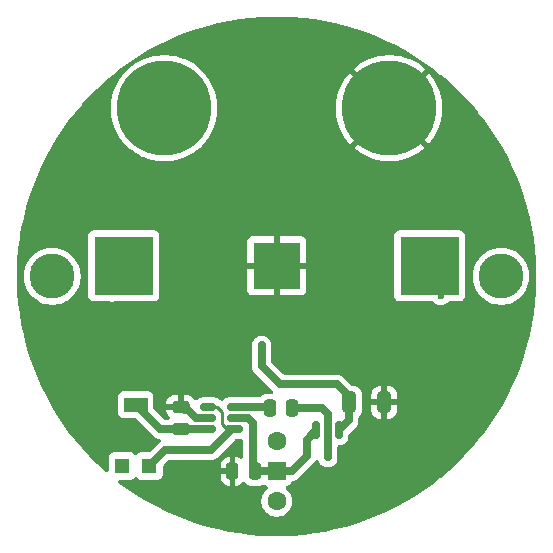
<source format=gbr>
%TF.GenerationSoftware,KiCad,Pcbnew,9.0.0*%
%TF.CreationDate,2025-07-13T02:11:52+05:30*%
%TF.ProjectId,REF03,52454630-332e-46b6-9963-61645f706362,rev?*%
%TF.SameCoordinates,Original*%
%TF.FileFunction,Copper,L2,Bot*%
%TF.FilePolarity,Positive*%
%FSLAX46Y46*%
G04 Gerber Fmt 4.6, Leading zero omitted, Abs format (unit mm)*
G04 Created by KiCad (PCBNEW 9.0.0) date 2025-07-13 02:11:52*
%MOMM*%
%LPD*%
G01*
G04 APERTURE LIST*
G04 Aperture macros list*
%AMRoundRect*
0 Rectangle with rounded corners*
0 $1 Rounding radius*
0 $2 $3 $4 $5 $6 $7 $8 $9 X,Y pos of 4 corners*
0 Add a 4 corners polygon primitive as box body*
4,1,4,$2,$3,$4,$5,$6,$7,$8,$9,$2,$3,0*
0 Add four circle primitives for the rounded corners*
1,1,$1+$1,$2,$3*
1,1,$1+$1,$4,$5*
1,1,$1+$1,$6,$7*
1,1,$1+$1,$8,$9*
0 Add four rect primitives between the rounded corners*
20,1,$1+$1,$2,$3,$4,$5,0*
20,1,$1+$1,$4,$5,$6,$7,0*
20,1,$1+$1,$6,$7,$8,$9,0*
20,1,$1+$1,$8,$9,$2,$3,0*%
G04 Aperture macros list end*
%TA.AperFunction,ComponentPad*%
%ADD10R,1.500000X1.500000*%
%TD*%
%TA.AperFunction,ComponentPad*%
%ADD11C,1.600000*%
%TD*%
%TA.AperFunction,ComponentPad*%
%ADD12C,3.800000*%
%TD*%
%TA.AperFunction,ComponentPad*%
%ADD13C,8.000000*%
%TD*%
%TA.AperFunction,SMDPad,CuDef*%
%ADD14RoundRect,0.150000X-0.150000X0.587500X-0.150000X-0.587500X0.150000X-0.587500X0.150000X0.587500X0*%
%TD*%
%TA.AperFunction,SMDPad,CuDef*%
%ADD15R,5.000000X5.000000*%
%TD*%
%TA.AperFunction,SMDPad,CuDef*%
%ADD16R,4.000000X4.000000*%
%TD*%
%TA.AperFunction,SMDPad,CuDef*%
%ADD17RoundRect,0.250000X0.475000X-0.250000X0.475000X0.250000X-0.475000X0.250000X-0.475000X-0.250000X0*%
%TD*%
%TA.AperFunction,SMDPad,CuDef*%
%ADD18RoundRect,0.250000X-0.250000X-0.475000X0.250000X-0.475000X0.250000X0.475000X-0.250000X0.475000X0*%
%TD*%
%TA.AperFunction,SMDPad,CuDef*%
%ADD19RoundRect,0.150000X-0.512500X-0.150000X0.512500X-0.150000X0.512500X0.150000X-0.512500X0.150000X0*%
%TD*%
%TA.AperFunction,SMDPad,CuDef*%
%ADD20R,1.300000X1.300000*%
%TD*%
%TA.AperFunction,SMDPad,CuDef*%
%ADD21R,2.000000X1.300000*%
%TD*%
%TA.AperFunction,SMDPad,CuDef*%
%ADD22RoundRect,0.250000X-0.325000X-0.650000X0.325000X-0.650000X0.325000X0.650000X-0.325000X0.650000X0*%
%TD*%
%TA.AperFunction,SMDPad,CuDef*%
%ADD23RoundRect,0.250000X0.250000X0.475000X-0.250000X0.475000X-0.250000X-0.475000X0.250000X-0.475000X0*%
%TD*%
%TA.AperFunction,ViaPad*%
%ADD24C,0.600000*%
%TD*%
%TA.AperFunction,Conductor*%
%ADD25C,0.635000*%
%TD*%
%TA.AperFunction,Conductor*%
%ADD26C,0.254000*%
%TD*%
G04 APERTURE END LIST*
D10*
%TO.P,SW1,1,A*%
%TO.N,+3V0*%
X0Y-16510000D03*
D11*
%TO.P,SW1,2,B*%
%TO.N,Net-(BT1-+)*%
X0Y-13970000D03*
%TO.P,SW1,3*%
%TO.N,N/C*%
X0Y-19050000D03*
%TD*%
D12*
%TO.P,H2,1*%
%TO.N,N/C*%
X19000000Y0D03*
%TD*%
D13*
%TO.P,TP4,1,1*%
%TO.N,GND*%
X9525000Y14224000D03*
%TD*%
%TO.P,TP1,1,1*%
%TO.N,Net-(U2-VOUT)*%
X-9525000Y14224000D03*
%TD*%
D12*
%TO.P,H1,1*%
%TO.N,N/C*%
X-19000000Y0D03*
%TD*%
D14*
%TO.P,D3,1,A*%
%TO.N,+3V0*%
X3368000Y-13032500D03*
%TO.P,D3,2,K*%
%TO.N,/5p2 V*%
X5268000Y-13032500D03*
%TO.P,D3,3,COM*%
%TO.N,Net-(D3-COM)*%
X4318000Y-14907501D03*
%TD*%
D15*
%TO.P,BT1,1,+*%
%TO.N,Net-(BT1-+)*%
X12950000Y889000D03*
X-12950000Y889000D03*
D16*
%TO.P,BT1,2,-*%
%TO.N,GND*%
X0Y889000D03*
%TD*%
D17*
%TO.P,C1,1*%
%TO.N,Net-(U1-1A)*%
X-8128000Y-12938799D03*
%TO.P,C1,2*%
%TO.N,GND*%
X-8128000Y-11038801D03*
%TD*%
D18*
%TO.P,C5,1*%
%TO.N,GND*%
X-3743999Y-16510000D03*
%TO.P,C5,2*%
%TO.N,+3V0*%
X-1844001Y-16510000D03*
%TD*%
D19*
%TO.P,U1,1,1A*%
%TO.N,Net-(U1-1A)*%
X-5787101Y-12963025D03*
%TO.P,U1,2,GND*%
%TO.N,GND*%
X-5787101Y-12013026D03*
%TO.P,U1,3,2A*%
%TO.N,/1Y*%
X-5787101Y-11063027D03*
%TO.P,U1,4,2Y*%
%TO.N,Net-(U1-2Y)*%
X-3512101Y-11063027D03*
%TO.P,U1,5,V_{CC}*%
%TO.N,+3V0*%
X-3512101Y-12013026D03*
%TO.P,U1,6,1Y*%
%TO.N,/1Y*%
X-3512101Y-12963025D03*
%TD*%
D20*
%TO.P,R2,1*%
%TO.N,/1Y*%
X-10788000Y-16062000D03*
D21*
%TO.P,R2,2*%
%TO.N,Net-(U1-1A)*%
X-11938000Y-10861999D03*
D20*
%TO.P,R2,3*%
%TO.N,N/C*%
X-13088000Y-16062000D03*
%TD*%
D22*
%TO.P,C3,1*%
%TO.N,/5p2 V*%
X6144999Y-10668000D03*
%TO.P,C3,2*%
%TO.N,GND*%
X9095001Y-10668000D03*
%TD*%
D23*
%TO.P,C2,1*%
%TO.N,Net-(D3-COM)*%
X1330999Y-11176000D03*
%TO.P,C2,2*%
%TO.N,Net-(U1-2Y)*%
X-568999Y-11176000D03*
%TD*%
D24*
%TO.N,GND*%
X-1143000Y-127000D03*
X-5080000Y-16510000D03*
X1143000Y2286000D03*
X10922000Y-16256000D03*
X1143000Y-127000D03*
X9906000Y-16256000D03*
X-1143000Y2286000D03*
X0Y889000D03*
X-8128000Y-9652000D03*
%TO.N,Net-(BT1-+)*%
X-13912532Y-1363973D03*
X13883484Y-1633351D03*
%TO.N,/5p2 V*%
X-1270000Y-5842000D03*
X-1270000Y-6792000D03*
%TD*%
D25*
%TO.N,GND*%
X-6818077Y-12013026D02*
X-6831680Y-12013026D01*
X-7805905Y-11038801D02*
X-7805905Y-11293675D01*
X-6831680Y-12013026D02*
X-7805905Y-11038801D01*
X-5787101Y-12013026D02*
X-6818077Y-12013026D01*
%TO.N,Net-(U1-1A)*%
X-9845999Y-12954000D02*
X-11938000Y-10861999D01*
X-5787101Y-12963025D02*
X-7830131Y-12963025D01*
X-5811327Y-12938799D02*
X-5787101Y-12963025D01*
X-7805905Y-12938799D02*
X-5811327Y-12938799D01*
X-7839156Y-12954000D02*
X-9845999Y-12954000D01*
X-7830131Y-12963025D02*
X-7839156Y-12954000D01*
D26*
%TO.N,Net-(U1-2Y)*%
X-3512101Y-11063027D02*
X-3461988Y-11012914D01*
D25*
X-3512101Y-11063027D02*
X-3487179Y-11038105D01*
X-706894Y-11038105D02*
X-568999Y-11176000D01*
X-3487179Y-11038105D02*
X-706894Y-11038105D01*
%TO.N,/5p2 V*%
X-1270000Y-5842000D02*
X-1270000Y-7620000D01*
X5080000Y-9144000D02*
X6096000Y-10160000D01*
X6096000Y-10160000D02*
X6096000Y-12204500D01*
X6096000Y-12204500D02*
X5268000Y-13032500D01*
X254000Y-9144000D02*
X5080000Y-9144000D01*
X-1270000Y-7620000D02*
X254000Y-9144000D01*
%TO.N,+3V0*%
X-2032000Y-16322001D02*
X-2032000Y-12446000D01*
X-2464974Y-12013026D02*
X-3512101Y-12013026D01*
X-2032000Y-12446000D02*
X-2286000Y-12192000D01*
X-1844001Y-16510000D02*
X-2032000Y-16322001D01*
X-2286000Y-12192000D02*
X-2464974Y-12013026D01*
X0Y-16510000D02*
X1270000Y-16510000D01*
X0Y-16510000D02*
X-1844001Y-16510000D01*
X1270000Y-16510000D02*
X2540000Y-15240000D01*
X2540000Y-15240000D02*
X2540000Y-13860500D01*
X2540000Y-13860500D02*
X3368000Y-13032500D01*
%TO.N,/1Y*%
X-9458000Y-14732000D02*
X-10788000Y-16062000D01*
X-4064000Y-13208000D02*
X-5588000Y-14732000D01*
D26*
X-4649601Y-11448666D02*
X-4649601Y-12526296D01*
D25*
X-5588000Y-14732000D02*
X-9458000Y-14732000D01*
X-4064000Y-12963025D02*
X-4064000Y-13208000D01*
D26*
X-5787101Y-11063027D02*
X-5035240Y-11063027D01*
D25*
X-3512101Y-12963025D02*
X-4064000Y-12963025D01*
D26*
X-5035240Y-11063027D02*
X-4649601Y-11448666D01*
X-4649601Y-12526296D02*
X-4212872Y-12963025D01*
X-4212872Y-12963025D02*
X-3512101Y-12963025D01*
D25*
%TO.N,Net-(D3-COM)*%
X1340955Y-11166044D02*
X1330999Y-11176000D01*
X4318000Y-14907501D02*
X4318000Y-11684000D01*
X3800044Y-11166044D02*
X1340955Y-11166044D01*
X4318000Y-11684000D02*
X3800044Y-11166044D01*
%TD*%
%TA.AperFunction,Conductor*%
%TO.N,GND*%
G36*
X457732Y21994674D02*
G01*
X1360139Y21957350D01*
X1366286Y21956968D01*
X2266347Y21882387D01*
X2272473Y21881752D01*
X3168707Y21770037D01*
X3174802Y21769149D01*
X4065649Y21620492D01*
X4071701Y21619353D01*
X4955639Y21434011D01*
X4961639Y21432623D01*
X5837166Y21210909D01*
X5843104Y21209274D01*
X6708724Y20951569D01*
X6714589Y20949690D01*
X7568815Y20656433D01*
X7574598Y20654313D01*
X8415977Y20326006D01*
X8421667Y20323649D01*
X9248764Y19960851D01*
X9254351Y19958261D01*
X10065723Y19561604D01*
X10071199Y19558786D01*
X10865527Y19128918D01*
X10870882Y19125875D01*
X11646743Y18663563D01*
X11651967Y18660302D01*
X12408060Y18166321D01*
X12413145Y18162846D01*
X13148186Y17638037D01*
X13153124Y17634356D01*
X13865840Y17079627D01*
X13870621Y17075744D01*
X14559826Y16492016D01*
X14564442Y16487940D01*
X15228913Y15876252D01*
X15233357Y15871988D01*
X15871988Y15233357D01*
X15876252Y15228913D01*
X16487940Y14564442D01*
X16492016Y14559826D01*
X17075744Y13870621D01*
X17079627Y13865840D01*
X17634356Y13153124D01*
X17638037Y13148186D01*
X18162846Y12413145D01*
X18166321Y12408060D01*
X18660302Y11651967D01*
X18663563Y11646743D01*
X19125875Y10870882D01*
X19128918Y10865527D01*
X19558786Y10071199D01*
X19561604Y10065723D01*
X19958261Y9254351D01*
X19960851Y9248764D01*
X20323649Y8421667D01*
X20326006Y8415977D01*
X20654313Y7574598D01*
X20656433Y7568815D01*
X20949690Y6714589D01*
X20951569Y6708724D01*
X21209274Y5843104D01*
X21210909Y5837166D01*
X21432623Y4961639D01*
X21434011Y4955639D01*
X21619353Y4071701D01*
X21620492Y4065649D01*
X21769149Y3174802D01*
X21770037Y3168707D01*
X21881752Y2272473D01*
X21882387Y2266347D01*
X21956968Y1366286D01*
X21957350Y1360139D01*
X21994674Y457731D01*
X21994801Y451574D01*
X21994801Y-451574D01*
X21994674Y-457731D01*
X21957350Y-1360139D01*
X21956968Y-1366286D01*
X21882387Y-2266347D01*
X21881752Y-2272473D01*
X21770037Y-3168707D01*
X21769149Y-3174802D01*
X21620492Y-4065649D01*
X21619353Y-4071701D01*
X21434011Y-4955639D01*
X21432623Y-4961639D01*
X21210909Y-5837166D01*
X21209274Y-5843104D01*
X20951569Y-6708724D01*
X20949690Y-6714589D01*
X20656433Y-7568815D01*
X20654313Y-7574598D01*
X20326006Y-8415977D01*
X20323649Y-8421667D01*
X19960851Y-9248764D01*
X19958261Y-9254351D01*
X19561604Y-10065723D01*
X19558786Y-10071199D01*
X19128918Y-10865527D01*
X19125875Y-10870882D01*
X18663563Y-11646743D01*
X18660302Y-11651967D01*
X18166321Y-12408060D01*
X18162846Y-12413145D01*
X17638037Y-13148186D01*
X17634356Y-13153124D01*
X17079627Y-13865840D01*
X17075744Y-13870621D01*
X16492016Y-14559826D01*
X16487940Y-14564442D01*
X15876252Y-15228913D01*
X15871988Y-15233357D01*
X15233357Y-15871988D01*
X15228913Y-15876252D01*
X14564442Y-16487940D01*
X14559826Y-16492016D01*
X13870621Y-17075744D01*
X13865840Y-17079627D01*
X13153124Y-17634356D01*
X13148186Y-17638037D01*
X12413145Y-18162846D01*
X12408060Y-18166321D01*
X11651967Y-18660302D01*
X11646743Y-18663563D01*
X10870882Y-19125875D01*
X10865527Y-19128918D01*
X10071199Y-19558786D01*
X10065723Y-19561604D01*
X9254351Y-19958261D01*
X9248764Y-19960851D01*
X8421667Y-20323649D01*
X8415977Y-20326006D01*
X7574598Y-20654313D01*
X7568815Y-20656433D01*
X6714589Y-20949690D01*
X6708724Y-20951569D01*
X5843104Y-21209274D01*
X5837166Y-21210909D01*
X4961639Y-21432623D01*
X4955639Y-21434011D01*
X4071701Y-21619353D01*
X4065649Y-21620492D01*
X3174802Y-21769149D01*
X3168707Y-21770037D01*
X2272473Y-21881752D01*
X2266347Y-21882387D01*
X1366286Y-21956968D01*
X1360139Y-21957350D01*
X457732Y-21994674D01*
X451575Y-21994801D01*
X-451575Y-21994801D01*
X-457732Y-21994674D01*
X-1360139Y-21957350D01*
X-1366286Y-21956968D01*
X-2266347Y-21882387D01*
X-2272473Y-21881752D01*
X-3168707Y-21770037D01*
X-3174802Y-21769149D01*
X-4065649Y-21620492D01*
X-4071701Y-21619353D01*
X-4955639Y-21434011D01*
X-4961639Y-21432623D01*
X-5837166Y-21210909D01*
X-5843104Y-21209274D01*
X-6708724Y-20951569D01*
X-6714589Y-20949690D01*
X-7568815Y-20656433D01*
X-7574598Y-20654313D01*
X-8415977Y-20326006D01*
X-8421667Y-20323649D01*
X-9248764Y-19960851D01*
X-9254351Y-19958261D01*
X-10065723Y-19561604D01*
X-10071199Y-19558786D01*
X-10865527Y-19128918D01*
X-10870882Y-19125875D01*
X-11646743Y-18663563D01*
X-11651967Y-18660302D01*
X-12408060Y-18166321D01*
X-12413145Y-18162846D01*
X-13148186Y-17638037D01*
X-13153124Y-17634356D01*
X-13352622Y-17479081D01*
X-13399152Y-17417569D01*
X-13408692Y-17341034D01*
X-13378686Y-17269981D01*
X-13317174Y-17223451D01*
X-13261104Y-17212499D01*
X-12390136Y-17212499D01*
X-12390128Y-17212499D01*
X-12330517Y-17206091D01*
X-12291633Y-17191588D01*
X-12195670Y-17155797D01*
X-12195666Y-17155795D01*
X-12080455Y-17069547D01*
X-12080452Y-17069544D01*
X-12057280Y-17038590D01*
X-11996653Y-16990913D01*
X-11920310Y-16979937D01*
X-11848707Y-17008603D01*
X-11818720Y-17038590D01*
X-11795546Y-17069546D01*
X-11737938Y-17112671D01*
X-11680333Y-17155795D01*
X-11680329Y-17155797D01*
X-11625693Y-17176174D01*
X-11545483Y-17206091D01*
X-11529370Y-17207823D01*
X-11485885Y-17212499D01*
X-11485882Y-17212499D01*
X-11485873Y-17212500D01*
X-10090128Y-17212499D01*
X-10030517Y-17206091D01*
X-9991633Y-17191588D01*
X-9895670Y-17155797D01*
X-9895666Y-17155795D01*
X-9780455Y-17069547D01*
X-9780452Y-17069544D01*
X-9754572Y-17034973D01*
X-4743998Y-17034973D01*
X-4733504Y-17137696D01*
X-4678356Y-17304121D01*
X-4586318Y-17453340D01*
X-4462339Y-17577319D01*
X-4313120Y-17669357D01*
X-4146696Y-17724505D01*
X-4146687Y-17724507D01*
X-4043982Y-17734999D01*
X-3993999Y-17734999D01*
X-3993999Y-16760000D01*
X-4743998Y-16760000D01*
X-4743998Y-17034973D01*
X-9754572Y-17034973D01*
X-9694204Y-16954333D01*
X-9694202Y-16954329D01*
X-9643908Y-16819482D01*
X-9637500Y-16759885D01*
X-9637500Y-16130045D01*
X-9632423Y-16111097D01*
X-9632423Y-16091481D01*
X-9622615Y-16074493D01*
X-9617538Y-16055545D01*
X-9593859Y-16024686D01*
X-9554193Y-15985020D01*
X-4743999Y-15985020D01*
X-4743999Y-16260000D01*
X-3993999Y-16260000D01*
X-3993999Y-15285000D01*
X-4043973Y-15285000D01*
X-4146695Y-15295494D01*
X-4313120Y-15350642D01*
X-4462339Y-15442680D01*
X-4586318Y-15566659D01*
X-4678356Y-15715878D01*
X-4733504Y-15882302D01*
X-4733506Y-15882311D01*
X-4743998Y-15985010D01*
X-4743999Y-15985020D01*
X-9554193Y-15985020D01*
X-9162814Y-15593641D01*
X-9096019Y-15555077D01*
X-9057455Y-15550000D01*
X-5507434Y-15550000D01*
X-5349398Y-15518565D01*
X-5274965Y-15487733D01*
X-5274964Y-15487733D01*
X-5225334Y-15467176D01*
X-5200532Y-15456903D01*
X-5066555Y-15367382D01*
X-3523212Y-13824039D01*
X-3518290Y-13821197D01*
X-3515091Y-13816501D01*
X-3495986Y-13808320D01*
X-3456417Y-13785475D01*
X-3445615Y-13783007D01*
X-3435164Y-13781025D01*
X-3431535Y-13781025D01*
X-3357274Y-13766253D01*
X-3356643Y-13766134D01*
X-3355918Y-13766187D01*
X-3328881Y-13763525D01*
X-2999000Y-13763525D01*
X-2924500Y-13783487D01*
X-2869962Y-13838025D01*
X-2850000Y-13912525D01*
X-2850000Y-15284059D01*
X-2869962Y-15358559D01*
X-2924500Y-15413097D01*
X-2999000Y-15433059D01*
X-3073500Y-15413097D01*
X-3077220Y-15410876D01*
X-3174873Y-15350644D01*
X-3174876Y-15350642D01*
X-3341301Y-15295494D01*
X-3341310Y-15295492D01*
X-3444009Y-15285000D01*
X-3493999Y-15285000D01*
X-3493999Y-17734999D01*
X-3444025Y-17734999D01*
X-3341302Y-17724505D01*
X-3174877Y-17669357D01*
X-3025658Y-17577319D01*
X-2899713Y-17451374D01*
X-2832918Y-17412810D01*
X-2755790Y-17412810D01*
X-2688995Y-17451374D01*
X-2686713Y-17453655D01*
X-2686713Y-17453656D01*
X-2562657Y-17577712D01*
X-2413335Y-17669814D01*
X-2246798Y-17724999D01*
X-2144010Y-17735500D01*
X-1543993Y-17735499D01*
X-1441204Y-17724999D01*
X-1274667Y-17669814D01*
X-1231082Y-17642931D01*
X-1157194Y-17620811D01*
X-1087488Y-17635855D01*
X-1074837Y-17642031D01*
X-992331Y-17703796D01*
X-857483Y-17754091D01*
X-841889Y-17755767D01*
X-818986Y-17766950D01*
X-802004Y-17781724D01*
X-782186Y-17792392D01*
X-773404Y-17806606D01*
X-760798Y-17817574D01*
X-753478Y-17838859D01*
X-741649Y-17858008D01*
X-741151Y-17874710D01*
X-735718Y-17890511D01*
X-740021Y-17912602D01*
X-739351Y-17935102D01*
X-747271Y-17949815D01*
X-750466Y-17966216D01*
X-765240Y-17983197D01*
X-775908Y-18003016D01*
X-796779Y-18021386D01*
X-847209Y-18058026D01*
X-847220Y-18058035D01*
X-991964Y-18202779D01*
X-991971Y-18202787D01*
X-1112285Y-18368387D01*
X-1112287Y-18368390D01*
X-1205220Y-18550781D01*
X-1268477Y-18745466D01*
X-1300500Y-18947648D01*
X-1300500Y-19152352D01*
X-1268477Y-19354534D01*
X-1205220Y-19549219D01*
X-1112287Y-19731610D01*
X-991966Y-19897219D01*
X-847219Y-20041966D01*
X-681610Y-20162287D01*
X-499219Y-20255220D01*
X-304534Y-20318477D01*
X-102352Y-20350500D01*
X-102347Y-20350500D01*
X102347Y-20350500D01*
X102352Y-20350500D01*
X304534Y-20318477D01*
X499219Y-20255220D01*
X681610Y-20162287D01*
X847219Y-20041966D01*
X991966Y-19897219D01*
X1112287Y-19731610D01*
X1205220Y-19549219D01*
X1268477Y-19354534D01*
X1300500Y-19152352D01*
X1300500Y-18947648D01*
X1268477Y-18745466D01*
X1205220Y-18550781D01*
X1112287Y-18368390D01*
X1112285Y-18368387D01*
X991971Y-18202787D01*
X991964Y-18202779D01*
X847220Y-18058035D01*
X847212Y-18058028D01*
X796779Y-18021387D01*
X748240Y-17961447D01*
X736174Y-17885269D01*
X763814Y-17813264D01*
X823754Y-17764725D01*
X850099Y-17755835D01*
X857471Y-17754092D01*
X857483Y-17754091D01*
X969613Y-17712269D01*
X992329Y-17703797D01*
X992333Y-17703795D01*
X1073636Y-17642931D01*
X1107546Y-17617546D01*
X1193796Y-17502331D01*
X1222831Y-17424481D01*
X1267568Y-17361656D01*
X1324467Y-17332470D01*
X1341429Y-17328000D01*
X1350566Y-17328000D01*
X1508602Y-17296565D01*
X1583035Y-17265733D01*
X1657468Y-17234903D01*
X1791445Y-17145382D01*
X3175382Y-15761445D01*
X3264902Y-15627469D01*
X3264902Y-15627467D01*
X3268969Y-15621382D01*
X3270568Y-15622451D01*
X3316329Y-15573580D01*
X3390133Y-15551180D01*
X3465249Y-15568684D01*
X3521549Y-15621400D01*
X3538113Y-15658530D01*
X3566257Y-15755401D01*
X3569833Y-15761448D01*
X3649919Y-15896866D01*
X3766135Y-16013082D01*
X3907602Y-16096745D01*
X4065428Y-16142598D01*
X4065427Y-16142598D01*
X4065431Y-16142599D01*
X4102306Y-16145501D01*
X4102313Y-16145501D01*
X4533687Y-16145501D01*
X4533694Y-16145501D01*
X4570569Y-16142599D01*
X4728398Y-16096745D01*
X4869865Y-16013082D01*
X4986081Y-15896866D01*
X5069744Y-15755399D01*
X5115598Y-15597570D01*
X5118500Y-15560695D01*
X5118500Y-15090720D01*
X5121363Y-15061651D01*
X5122795Y-15054455D01*
X5136000Y-14988067D01*
X5136000Y-14419500D01*
X5155962Y-14345000D01*
X5210500Y-14290462D01*
X5285000Y-14270500D01*
X5483687Y-14270500D01*
X5483694Y-14270500D01*
X5520569Y-14267598D01*
X5678398Y-14221744D01*
X5819865Y-14138081D01*
X5936081Y-14021865D01*
X6019744Y-13880398D01*
X6065598Y-13722569D01*
X6068500Y-13685694D01*
X6068500Y-13450543D01*
X6088462Y-13376043D01*
X6112137Y-13345187D01*
X6617442Y-12839883D01*
X6617445Y-12839882D01*
X6731382Y-12725945D01*
X6771575Y-12665792D01*
X6820903Y-12591968D01*
X6858168Y-12502000D01*
X6882565Y-12443102D01*
X6914000Y-12285066D01*
X6914000Y-11997085D01*
X6933962Y-11922585D01*
X6957641Y-11891726D01*
X6988742Y-11860625D01*
X7062711Y-11786656D01*
X7154813Y-11637334D01*
X7209998Y-11470797D01*
X7220499Y-11368009D01*
X7220499Y-11367973D01*
X8020002Y-11367973D01*
X8030495Y-11470696D01*
X8085643Y-11637121D01*
X8177681Y-11786340D01*
X8301660Y-11910319D01*
X8450879Y-12002357D01*
X8617303Y-12057505D01*
X8617312Y-12057507D01*
X8720016Y-12067999D01*
X8845000Y-12067999D01*
X9345001Y-12067999D01*
X9469975Y-12067999D01*
X9572697Y-12057505D01*
X9739122Y-12002357D01*
X9888341Y-11910319D01*
X10012320Y-11786340D01*
X10104358Y-11637121D01*
X10159506Y-11470697D01*
X10159508Y-11470688D01*
X10170000Y-11367989D01*
X10170001Y-11367979D01*
X10170001Y-10918000D01*
X9345001Y-10918000D01*
X9345001Y-12067999D01*
X8845000Y-12067999D01*
X8845001Y-12067998D01*
X8845001Y-10918000D01*
X8020002Y-10918000D01*
X8020002Y-11367973D01*
X7220499Y-11367973D01*
X7220498Y-10652629D01*
X7220498Y-9968010D01*
X8020001Y-9968010D01*
X8020001Y-10418000D01*
X8845001Y-10418000D01*
X9345001Y-10418000D01*
X10170000Y-10418000D01*
X10170000Y-9968026D01*
X10159506Y-9865303D01*
X10104358Y-9698878D01*
X10012320Y-9549659D01*
X9888341Y-9425680D01*
X9739122Y-9333642D01*
X9572698Y-9278494D01*
X9572689Y-9278492D01*
X9469990Y-9268000D01*
X9345001Y-9268000D01*
X9345001Y-10418000D01*
X8845001Y-10418000D01*
X8845001Y-9268000D01*
X8720027Y-9268000D01*
X8617304Y-9278494D01*
X8450879Y-9333642D01*
X8301660Y-9425680D01*
X8177681Y-9549659D01*
X8085643Y-9698878D01*
X8030495Y-9865302D01*
X8030493Y-9865311D01*
X8020001Y-9968010D01*
X7220498Y-9968010D01*
X7220498Y-9967996D01*
X7220498Y-9967992D01*
X7209998Y-9865203D01*
X7154813Y-9698666D01*
X7062711Y-9549344D01*
X6938655Y-9425288D01*
X6789333Y-9333186D01*
X6706064Y-9305593D01*
X6622797Y-9278001D01*
X6602238Y-9275900D01*
X6520008Y-9267500D01*
X6520004Y-9267500D01*
X6422045Y-9267500D01*
X6347545Y-9247538D01*
X6316686Y-9223859D01*
X5601448Y-8508621D01*
X5601445Y-8508618D01*
X5601441Y-8508615D01*
X5467472Y-8419099D01*
X5467470Y-8419098D01*
X5459935Y-8415977D01*
X5393035Y-8388266D01*
X5393035Y-8388265D01*
X5318605Y-8357436D01*
X5318599Y-8357434D01*
X5160566Y-8326000D01*
X654545Y-8326000D01*
X580045Y-8306038D01*
X549186Y-8282359D01*
X-408359Y-7324814D01*
X-446923Y-7258019D01*
X-452000Y-7219455D01*
X-452000Y-5761433D01*
X-483434Y-5603400D01*
X-545095Y-5454536D01*
X-545100Y-5454526D01*
X-634617Y-5320556D01*
X-634621Y-5320551D01*
X-748551Y-5206621D01*
X-748556Y-5206617D01*
X-882526Y-5117100D01*
X-882536Y-5117095D01*
X-1031400Y-5055434D01*
X-1189434Y-5024000D01*
X-1350566Y-5024000D01*
X-1508599Y-5055434D01*
X-1508600Y-5055434D01*
X-1508602Y-5055435D01*
X-1539431Y-5068205D01*
X-1657463Y-5117095D01*
X-1657473Y-5117100D01*
X-1759670Y-5185387D01*
X-1791445Y-5206618D01*
X-1905382Y-5320555D01*
X-1941043Y-5373927D01*
X-1994899Y-5454526D01*
X-1994902Y-5454532D01*
X-2056565Y-5603398D01*
X-2088000Y-5761434D01*
X-2088000Y-7700566D01*
X-2056565Y-7858602D01*
X-2031986Y-7917940D01*
X-1994903Y-8007468D01*
X-1905382Y-8141445D01*
X-350683Y-9696143D01*
X-312121Y-9762936D01*
X-312121Y-9840064D01*
X-350685Y-9906859D01*
X-417480Y-9945423D01*
X-456044Y-9950500D01*
X-869002Y-9950500D01*
X-971796Y-9961001D01*
X-1138333Y-10016186D01*
X-1229529Y-10072436D01*
X-1287655Y-10108288D01*
X-1355831Y-10176464D01*
X-1422626Y-10215028D01*
X-1461190Y-10220105D01*
X-3567745Y-10220105D01*
X-3725778Y-10251539D01*
X-3732785Y-10253665D01*
X-3733047Y-10252800D01*
X-3781943Y-10262527D01*
X-4090295Y-10262527D01*
X-4118975Y-10264784D01*
X-4127172Y-10265429D01*
X-4203734Y-10287673D01*
X-4284999Y-10311283D01*
X-4285000Y-10311283D01*
X-4285001Y-10311284D01*
X-4333856Y-10340177D01*
X-4426466Y-10394946D01*
X-4426467Y-10394947D01*
X-4531923Y-10500403D01*
X-4547743Y-10509536D01*
X-4560421Y-10522690D01*
X-4580566Y-10528487D01*
X-4598718Y-10538967D01*
X-4616985Y-10538967D01*
X-4634541Y-10544019D01*
X-4651764Y-10538967D01*
X-4675846Y-10538967D01*
X-4709396Y-10525430D01*
X-4714880Y-10522396D01*
X-4738007Y-10506944D01*
X-4757177Y-10499003D01*
X-4764522Y-10494941D01*
X-4774034Y-10485771D01*
X-4797766Y-10469915D01*
X-4872734Y-10394947D01*
X-4872737Y-10394945D01*
X-5014200Y-10311284D01*
X-5172029Y-10265429D01*
X-5172028Y-10265429D01*
X-5186782Y-10264268D01*
X-5208907Y-10262527D01*
X-6365295Y-10262527D01*
X-6393975Y-10264784D01*
X-6402172Y-10265429D01*
X-6478734Y-10287673D01*
X-6559999Y-10311283D01*
X-6560000Y-10311283D01*
X-6560001Y-10311284D01*
X-6608856Y-10340177D01*
X-6701466Y-10394946D01*
X-6701467Y-10394947D01*
X-6761977Y-10455457D01*
X-6828772Y-10494021D01*
X-6905900Y-10494021D01*
X-6972695Y-10455457D01*
X-6994153Y-10428319D01*
X-7060680Y-10320460D01*
X-7184659Y-10196481D01*
X-7333878Y-10104443D01*
X-7500302Y-10049295D01*
X-7500311Y-10049293D01*
X-7603010Y-10038801D01*
X-7878000Y-10038801D01*
X-7878000Y-10889801D01*
X-7897962Y-10964301D01*
X-7952500Y-11018839D01*
X-8027000Y-11038801D01*
X-8128000Y-11038801D01*
X-8128000Y-11139801D01*
X-8147962Y-11214301D01*
X-8202500Y-11268839D01*
X-8277000Y-11288801D01*
X-9352999Y-11288801D01*
X-9352999Y-11338774D01*
X-9342505Y-11441497D01*
X-9287357Y-11607922D01*
X-9195319Y-11757141D01*
X-9070820Y-11881641D01*
X-9061012Y-11898628D01*
X-9047141Y-11912500D01*
X-9042063Y-11931448D01*
X-9032256Y-11948436D01*
X-9032256Y-11968052D01*
X-9027179Y-11987000D01*
X-9032256Y-12005947D01*
X-9032256Y-12025564D01*
X-9042063Y-12042551D01*
X-9047141Y-12061500D01*
X-9061012Y-12075371D01*
X-9070820Y-12092359D01*
X-9087807Y-12102166D01*
X-9101679Y-12116038D01*
X-9120627Y-12121115D01*
X-9137615Y-12130923D01*
X-9176179Y-12136000D01*
X-9445454Y-12136000D01*
X-9519954Y-12116038D01*
X-9550813Y-12092359D01*
X-10393859Y-11249311D01*
X-10432423Y-11182516D01*
X-10437500Y-11143952D01*
X-10437500Y-10738821D01*
X-9353000Y-10738821D01*
X-9353000Y-10788801D01*
X-8378000Y-10788801D01*
X-8378000Y-10038801D01*
X-8652973Y-10038801D01*
X-8755696Y-10049295D01*
X-8922121Y-10104443D01*
X-9071340Y-10196481D01*
X-9195319Y-10320460D01*
X-9287357Y-10469679D01*
X-9342505Y-10636103D01*
X-9342507Y-10636112D01*
X-9352999Y-10738811D01*
X-9353000Y-10738821D01*
X-10437500Y-10738821D01*
X-10437500Y-10164135D01*
X-10437502Y-10164110D01*
X-10443908Y-10104520D01*
X-10443909Y-10104514D01*
X-10494202Y-9969669D01*
X-10494204Y-9969665D01*
X-10580452Y-9854454D01*
X-10580455Y-9854451D01*
X-10695666Y-9768203D01*
X-10695670Y-9768201D01*
X-10830517Y-9717907D01*
X-10890123Y-9711499D01*
X-12985863Y-9711499D01*
X-12985888Y-9711501D01*
X-13045478Y-9717907D01*
X-13045484Y-9717908D01*
X-13180329Y-9768201D01*
X-13180333Y-9768203D01*
X-13295544Y-9854451D01*
X-13295547Y-9854454D01*
X-13381795Y-9969665D01*
X-13381797Y-9969669D01*
X-13432091Y-10104516D01*
X-13438498Y-10164110D01*
X-13438500Y-10164126D01*
X-13438499Y-11559871D01*
X-13432091Y-11619482D01*
X-13396298Y-11715446D01*
X-13381797Y-11754328D01*
X-13381795Y-11754332D01*
X-13357597Y-11786656D01*
X-13295546Y-11869545D01*
X-13265916Y-11891726D01*
X-13180333Y-11955794D01*
X-13180329Y-11955796D01*
X-13141350Y-11970334D01*
X-13045483Y-12006090D01*
X-13029370Y-12007822D01*
X-12985885Y-12012498D01*
X-12985882Y-12012498D01*
X-12985873Y-12012499D01*
X-12006043Y-12012498D01*
X-11931544Y-12032460D01*
X-11900689Y-12056135D01*
X-10481382Y-13475444D01*
X-10481381Y-13475445D01*
X-10367444Y-13589382D01*
X-10260699Y-13660705D01*
X-10233472Y-13678899D01*
X-10233469Y-13678900D01*
X-10233467Y-13678902D01*
X-10084601Y-13740565D01*
X-10084597Y-13740565D01*
X-10084597Y-13740566D01*
X-10053224Y-13746806D01*
X-9945743Y-13768185D01*
X-9876571Y-13802296D01*
X-9833721Y-13866425D01*
X-9828676Y-13943388D01*
X-9862788Y-14012563D01*
X-9892032Y-14038209D01*
X-9979441Y-14096615D01*
X-9979445Y-14096618D01*
X-9979448Y-14096621D01*
X-10750686Y-14867859D01*
X-10817481Y-14906423D01*
X-10856045Y-14911500D01*
X-11485863Y-14911500D01*
X-11485888Y-14911502D01*
X-11545478Y-14917908D01*
X-11545484Y-14917909D01*
X-11680329Y-14968202D01*
X-11680333Y-14968204D01*
X-11795544Y-15054452D01*
X-11795545Y-15054453D01*
X-11795546Y-15054454D01*
X-11800934Y-15061651D01*
X-11818721Y-15085411D01*
X-11879349Y-15133087D01*
X-11955692Y-15144062D01*
X-12027295Y-15115395D01*
X-12057279Y-15085411D01*
X-12080454Y-15054453D01*
X-12080455Y-15054452D01*
X-12195666Y-14968204D01*
X-12195670Y-14968202D01*
X-12330517Y-14917908D01*
X-12390123Y-14911500D01*
X-13785863Y-14911500D01*
X-13785888Y-14911502D01*
X-13845478Y-14917908D01*
X-13845484Y-14917909D01*
X-13980329Y-14968202D01*
X-13980333Y-14968204D01*
X-14095544Y-15054452D01*
X-14095547Y-15054455D01*
X-14181795Y-15169666D01*
X-14181797Y-15169670D01*
X-14232091Y-15304517D01*
X-14238014Y-15359609D01*
X-14238500Y-15364127D01*
X-14238499Y-16068327D01*
X-14238499Y-16442711D01*
X-14242000Y-16455777D01*
X-14240883Y-16469258D01*
X-14251824Y-16492444D01*
X-14258461Y-16517211D01*
X-14268026Y-16526776D01*
X-14273799Y-16539009D01*
X-14294868Y-16553618D01*
X-14312999Y-16571749D01*
X-14326064Y-16575249D01*
X-14337181Y-16582958D01*
X-14362734Y-16585075D01*
X-14387499Y-16591711D01*
X-14400565Y-16588209D01*
X-14414046Y-16589327D01*
X-14437232Y-16578385D01*
X-14461999Y-16571749D01*
X-14483797Y-16556411D01*
X-14559814Y-16492028D01*
X-14564431Y-16487951D01*
X-15228913Y-15876252D01*
X-15233357Y-15871988D01*
X-15871988Y-15233357D01*
X-15876252Y-15228913D01*
X-16487940Y-14564442D01*
X-16492016Y-14559826D01*
X-17075744Y-13870621D01*
X-17079627Y-13865840D01*
X-17634356Y-13153124D01*
X-17638037Y-13148186D01*
X-18162846Y-12413145D01*
X-18166321Y-12408060D01*
X-18660302Y-11651967D01*
X-18663563Y-11646743D01*
X-19125875Y-10870882D01*
X-19128918Y-10865527D01*
X-19558786Y-10071199D01*
X-19561604Y-10065723D01*
X-19958261Y-9254351D01*
X-19960851Y-9248764D01*
X-20323649Y-8421667D01*
X-20326006Y-8415977D01*
X-20654313Y-7574598D01*
X-20656433Y-7568815D01*
X-20949690Y-6714589D01*
X-20951569Y-6708724D01*
X-21209274Y-5843104D01*
X-21210909Y-5837166D01*
X-21432623Y-4961639D01*
X-21434011Y-4955639D01*
X-21619353Y-4071701D01*
X-21620492Y-4065649D01*
X-21769149Y-3174802D01*
X-21770037Y-3168707D01*
X-21881752Y-2272473D01*
X-21882387Y-2266347D01*
X-21956968Y-1366286D01*
X-21957350Y-1360139D01*
X-21994674Y-457731D01*
X-21994801Y-451574D01*
X-21994801Y134809D01*
X-21400500Y134809D01*
X-21400500Y-134809D01*
X-21370312Y-402732D01*
X-21310316Y-665591D01*
X-21221267Y-920079D01*
X-21104284Y-1162997D01*
X-20960838Y-1391289D01*
X-20792734Y-1602085D01*
X-20602085Y-1792734D01*
X-20391289Y-1960838D01*
X-20162997Y-2104284D01*
X-19920079Y-2221267D01*
X-19665591Y-2310316D01*
X-19402732Y-2370312D01*
X-19134809Y-2400500D01*
X-18865191Y-2400500D01*
X-18597268Y-2370312D01*
X-18448137Y-2336273D01*
X-18334417Y-2310318D01*
X-18334415Y-2310317D01*
X-18334409Y-2310316D01*
X-18079921Y-2221267D01*
X-17837003Y-2104284D01*
X-17758242Y-2054795D01*
X-17608713Y-1960840D01*
X-17473904Y-1853333D01*
X-17397915Y-1792734D01*
X-17207266Y-1602085D01*
X-17066476Y-1425540D01*
X-17039159Y-1391286D01*
X-16895716Y-1162997D01*
X-16778735Y-920084D01*
X-16778732Y-920075D01*
X-16689683Y-665587D01*
X-16689681Y-665582D01*
X-16629687Y-402730D01*
X-16599500Y-134808D01*
X-16599500Y134808D01*
X-16629687Y402730D01*
X-16689681Y665582D01*
X-16689683Y665587D01*
X-16701975Y700718D01*
X-16778733Y920079D01*
X-16895716Y1162997D01*
X-17039159Y1391286D01*
X-17111206Y1481630D01*
X-17207266Y1602085D01*
X-17397915Y1792734D01*
X-17548483Y1912808D01*
X-17608713Y1960840D01*
X-17760905Y2056468D01*
X-17837003Y2104284D01*
X-18079921Y2221267D01*
X-18334409Y2310316D01*
X-18334415Y2310317D01*
X-18334417Y2310318D01*
X-18448137Y2336273D01*
X-18597268Y2370312D01*
X-18865191Y2400500D01*
X-19134809Y2400500D01*
X-19402732Y2370312D01*
X-19665591Y2310316D01*
X-19920079Y2221267D01*
X-20162997Y2104284D01*
X-20391289Y1960838D01*
X-20602085Y1792734D01*
X-20792734Y1602085D01*
X-20960838Y1391289D01*
X-21104284Y1162997D01*
X-21221267Y920079D01*
X-21310316Y665591D01*
X-21370312Y402732D01*
X-21400500Y134809D01*
X-21994801Y134809D01*
X-21994801Y451574D01*
X-21994674Y457731D01*
X-21957350Y1360139D01*
X-21956968Y1366286D01*
X-21882387Y2266347D01*
X-21881752Y2272473D01*
X-21770037Y3168707D01*
X-21769149Y3174802D01*
X-21725417Y3436873D01*
X-15950500Y3436873D01*
X-15950499Y-1658872D01*
X-15944091Y-1718483D01*
X-15893796Y-1853331D01*
X-15807546Y-1968546D01*
X-15749938Y-2011671D01*
X-15692333Y-2054795D01*
X-15692329Y-2054797D01*
X-15637693Y-2075174D01*
X-15557483Y-2105091D01*
X-15541370Y-2106823D01*
X-15497885Y-2111499D01*
X-15497882Y-2111499D01*
X-15497873Y-2111500D01*
X-14229287Y-2111499D01*
X-14172266Y-2122841D01*
X-14146029Y-2133710D01*
X-13991374Y-2164473D01*
X-13833690Y-2164473D01*
X-13679035Y-2133710D01*
X-13659127Y-2125463D01*
X-13652795Y-2122841D01*
X-13595775Y-2111499D01*
X-10402136Y-2111499D01*
X-10402128Y-2111499D01*
X-10342517Y-2105091D01*
X-10303633Y-2090588D01*
X-10207670Y-2054797D01*
X-10207666Y-2054795D01*
X-10092455Y-1968547D01*
X-10092452Y-1968544D01*
X-10006204Y-1853333D01*
X-10006202Y-1853329D01*
X-9955908Y-1718482D01*
X-9949500Y-1658885D01*
X-9949500Y-1658867D01*
X-9949500Y-1158822D01*
X-2500000Y-1158822D01*
X-2499998Y-1158842D01*
X-2493598Y-1218377D01*
X-2443354Y-1353084D01*
X-2443349Y-1353094D01*
X-2357190Y-1468187D01*
X-2357187Y-1468190D01*
X-2242094Y-1554349D01*
X-2242084Y-1554354D01*
X-2107376Y-1604598D01*
X-2107378Y-1604598D01*
X-2047842Y-1610998D01*
X-2047823Y-1611000D01*
X-250000Y-1611000D01*
X250000Y-1611000D01*
X2047823Y-1611000D01*
X2047842Y-1610998D01*
X2107377Y-1604598D01*
X2242084Y-1554354D01*
X2242094Y-1554349D01*
X2357187Y-1468190D01*
X2357190Y-1468187D01*
X2443349Y-1353094D01*
X2443354Y-1353084D01*
X2493598Y-1218377D01*
X2499998Y-1158842D01*
X2500000Y-1158822D01*
X2500000Y639000D01*
X250000Y639000D01*
X250000Y-1611000D01*
X-250000Y-1611000D01*
X-250000Y639000D01*
X-2500000Y639000D01*
X-2500000Y-1158822D01*
X-9949500Y-1158822D01*
X-9949500Y-665582D01*
X-9949501Y2936822D01*
X-2500000Y2936822D01*
X-2500000Y1139000D01*
X-250000Y1139000D01*
X250000Y1139000D01*
X2500000Y1139000D01*
X2500000Y2936822D01*
X2499998Y2936842D01*
X2493598Y2996377D01*
X2443354Y3131084D01*
X2443349Y3131094D01*
X2357190Y3246187D01*
X2357187Y3246190D01*
X2256475Y3321584D01*
X2256474Y3321585D01*
X2242095Y3332348D01*
X2242084Y3332354D01*
X2107376Y3382598D01*
X2107378Y3382598D01*
X2047842Y3388998D01*
X2047823Y3389000D01*
X250000Y3389000D01*
X250000Y1139000D01*
X-250000Y1139000D01*
X-250000Y3389000D01*
X-2047823Y3389000D01*
X-2047842Y3388998D01*
X-2107377Y3382598D01*
X-2242084Y3332354D01*
X-2242094Y3332349D01*
X-2357187Y3246190D01*
X-2357190Y3246187D01*
X-2443349Y3131094D01*
X-2443354Y3131084D01*
X-2493598Y2996377D01*
X-2499998Y2936842D01*
X-2500000Y2936822D01*
X-9949501Y2936822D01*
X-9949501Y3436872D01*
X-9949502Y3436885D01*
X9949500Y3436885D01*
X9949500Y-1658863D01*
X9949502Y-1658888D01*
X9955908Y-1718478D01*
X9955909Y-1718484D01*
X10006202Y-1853329D01*
X10006204Y-1853333D01*
X10092452Y-1968544D01*
X10092455Y-1968547D01*
X10207666Y-2054795D01*
X10207670Y-2054797D01*
X10342517Y-2105091D01*
X10402114Y-2111499D01*
X10402118Y-2111499D01*
X10402127Y-2111500D01*
X13167836Y-2111499D01*
X13242336Y-2131461D01*
X13273195Y-2155140D01*
X13373195Y-2255140D01*
X13504305Y-2342745D01*
X13649987Y-2403088D01*
X13804642Y-2433851D01*
X13962326Y-2433851D01*
X14116981Y-2403088D01*
X14262663Y-2342745D01*
X14393773Y-2255140D01*
X14493772Y-2155141D01*
X14560566Y-2116576D01*
X14599131Y-2111499D01*
X15497864Y-2111499D01*
X15497872Y-2111499D01*
X15557483Y-2105091D01*
X15653447Y-2069298D01*
X15692329Y-2054797D01*
X15692333Y-2054795D01*
X15749938Y-2011671D01*
X15807546Y-1968546D01*
X15893796Y-1853331D01*
X15944091Y-1718483D01*
X15945823Y-1702370D01*
X15950499Y-1658885D01*
X15950500Y-1658867D01*
X15950500Y134808D01*
X16599500Y134808D01*
X16599500Y-134808D01*
X16629687Y-402730D01*
X16689681Y-665582D01*
X16689683Y-665587D01*
X16778732Y-920075D01*
X16778735Y-920084D01*
X16895716Y-1162997D01*
X17039159Y-1391286D01*
X17066476Y-1425540D01*
X17207266Y-1602085D01*
X17397915Y-1792734D01*
X17473904Y-1853333D01*
X17608713Y-1960840D01*
X17758242Y-2054795D01*
X17837003Y-2104284D01*
X18079921Y-2221267D01*
X18334409Y-2310316D01*
X18334415Y-2310317D01*
X18334417Y-2310318D01*
X18448137Y-2336273D01*
X18597268Y-2370312D01*
X18865191Y-2400500D01*
X19134809Y-2400500D01*
X19402732Y-2370312D01*
X19665591Y-2310316D01*
X19920079Y-2221267D01*
X20162997Y-2104284D01*
X20391289Y-1960838D01*
X20602085Y-1792734D01*
X20792734Y-1602085D01*
X20960838Y-1391289D01*
X21104284Y-1162997D01*
X21221267Y-920079D01*
X21310316Y-665591D01*
X21370312Y-402732D01*
X21400500Y-134809D01*
X21400500Y134809D01*
X21370312Y402732D01*
X21310316Y665591D01*
X21221267Y920079D01*
X21104284Y1162997D01*
X20960838Y1391289D01*
X20792734Y1602085D01*
X20602085Y1792734D01*
X20391289Y1960838D01*
X20162997Y2104284D01*
X19920079Y2221267D01*
X19665591Y2310316D01*
X19402732Y2370312D01*
X19134809Y2400500D01*
X18865191Y2400500D01*
X18597268Y2370312D01*
X18448137Y2336273D01*
X18334417Y2310318D01*
X18334415Y2310317D01*
X18334409Y2310316D01*
X18079921Y2221267D01*
X17837003Y2104284D01*
X17760905Y2056468D01*
X17608713Y1960840D01*
X17548483Y1912808D01*
X17397915Y1792734D01*
X17207266Y1602085D01*
X17111206Y1481630D01*
X17039159Y1391286D01*
X16895716Y1162997D01*
X16778733Y920079D01*
X16701976Y700718D01*
X16689683Y665587D01*
X16689681Y665582D01*
X16629687Y402730D01*
X16599500Y134808D01*
X15950500Y134808D01*
X15950500Y138990D01*
X15950499Y3436863D01*
X15950499Y3436872D01*
X15944091Y3496483D01*
X15893796Y3631331D01*
X15807546Y3746546D01*
X15749938Y3789671D01*
X15692333Y3832795D01*
X15692329Y3832797D01*
X15637693Y3853174D01*
X15557483Y3883091D01*
X15497873Y3889500D01*
X10402128Y3889499D01*
X10342517Y3883091D01*
X10303633Y3868588D01*
X10207670Y3832797D01*
X10207666Y3832795D01*
X10092455Y3746547D01*
X10092452Y3746544D01*
X10006204Y3631333D01*
X10006202Y3631329D01*
X9955908Y3496482D01*
X9949500Y3436885D01*
X-9949502Y3436885D01*
X-9949502Y3436888D01*
X-9955908Y3496478D01*
X-9955909Y3496484D01*
X-10006202Y3631329D01*
X-10006204Y3631333D01*
X-10092452Y3746544D01*
X-10092455Y3746547D01*
X-10207666Y3832795D01*
X-10207670Y3832797D01*
X-10342517Y3883091D01*
X-10402127Y3889500D01*
X-15497872Y3889499D01*
X-15557483Y3883091D01*
X-15653447Y3847298D01*
X-15692329Y3832797D01*
X-15692333Y3832795D01*
X-15749938Y3789671D01*
X-15807546Y3746546D01*
X-15893796Y3631331D01*
X-15944091Y3496483D01*
X-15945823Y3480370D01*
X-15950498Y3436888D01*
X-15950500Y3436873D01*
X-21725417Y3436873D01*
X-21720658Y3465389D01*
X-21620492Y4065649D01*
X-21619353Y4071701D01*
X-21434011Y4955639D01*
X-21432623Y4961639D01*
X-21210909Y5837166D01*
X-21209274Y5843104D01*
X-20951569Y6708724D01*
X-20949690Y6714589D01*
X-20656433Y7568815D01*
X-20654313Y7574598D01*
X-20326006Y8415977D01*
X-20323649Y8421667D01*
X-19960851Y9248764D01*
X-19958261Y9254351D01*
X-19561604Y10065723D01*
X-19558786Y10071199D01*
X-19128918Y10865527D01*
X-19125875Y10870882D01*
X-18663563Y11646743D01*
X-18660302Y11651967D01*
X-18166321Y12408060D01*
X-18162846Y12413145D01*
X-17638037Y13148186D01*
X-17634356Y13153124D01*
X-17079627Y13865840D01*
X-17075744Y13870621D01*
X-16610023Y14420496D01*
X-14025500Y14420496D01*
X-14025500Y14027504D01*
X-13991249Y13636007D01*
X-13991246Y13635994D01*
X-13991246Y13635988D01*
X-13923027Y13249094D01*
X-13923007Y13248985D01*
X-13821293Y12869384D01*
X-13686881Y12500092D01*
X-13520796Y12143920D01*
X-13324300Y11803579D01*
X-13098889Y11481659D01*
X-13098884Y11481653D01*
X-12846279Y11180610D01*
X-12568389Y10902720D01*
X-12267817Y10650510D01*
X-12267341Y10650111D01*
X-11945421Y10424700D01*
X-11605080Y10228204D01*
X-11605073Y10228200D01*
X-11605070Y10228199D01*
X-11382472Y10124400D01*
X-11248908Y10062119D01*
X-11248902Y10062117D01*
X-11248898Y10062115D01*
X-10879625Y9927710D01*
X-10879620Y9927708D01*
X-10879616Y9927707D01*
X-10500015Y9825993D01*
X-10500011Y9825992D01*
X-10499994Y9825988D01*
X-10113011Y9757753D01*
X-10112979Y9757749D01*
X-9721496Y9723500D01*
X-9328503Y9723500D01*
X-8937020Y9757749D01*
X-8936988Y9757753D01*
X-8550005Y9825988D01*
X-8549985Y9825993D01*
X-8170384Y9927707D01*
X-8170374Y9927710D01*
X-7801101Y10062115D01*
X-7801085Y10062122D01*
X-7444929Y10228199D01*
X-7104582Y10424698D01*
X-6782664Y10650107D01*
X-6782653Y10650115D01*
X-6481610Y10902720D01*
X-6351419Y11032912D01*
X-6203720Y11180610D01*
X-5951115Y11481653D01*
X-5951107Y11481664D01*
X-5725698Y11803582D01*
X-5529199Y12143929D01*
X-5363122Y12500085D01*
X-5363115Y12500101D01*
X-5228710Y12869374D01*
X-5228707Y12869384D01*
X-5126993Y13248985D01*
X-5126988Y13249005D01*
X-5058753Y13635988D01*
X-5058749Y13636020D01*
X-5024500Y14027503D01*
X-5024500Y14420474D01*
X5025000Y14420474D01*
X5025000Y14027525D01*
X5059246Y13636086D01*
X5059250Y13636059D01*
X5127479Y13249110D01*
X5127483Y13249094D01*
X5229183Y12869537D01*
X5363581Y12500283D01*
X5363583Y12500278D01*
X5529644Y12144161D01*
X5726121Y11803851D01*
X5951510Y11481962D01*
X6169553Y11222107D01*
X7945079Y12997633D01*
X8018094Y12902479D01*
X8203479Y12717094D01*
X8298633Y12644079D01*
X6523107Y10868553D01*
X6782962Y10650510D01*
X7104851Y10425121D01*
X7445161Y10228644D01*
X7801278Y10062583D01*
X7801283Y10062581D01*
X8170537Y9928183D01*
X8550094Y9826483D01*
X8550110Y9826479D01*
X8937059Y9758250D01*
X8937086Y9758246D01*
X9328525Y9724000D01*
X9721474Y9724000D01*
X10112913Y9758246D01*
X10112940Y9758250D01*
X10499889Y9826479D01*
X10499905Y9826483D01*
X10879462Y9928183D01*
X11248716Y10062581D01*
X11248721Y10062583D01*
X11604838Y10228644D01*
X11945148Y10425121D01*
X12267043Y10650514D01*
X12526891Y10868552D01*
X12526891Y10868553D01*
X10751365Y12644079D01*
X10846521Y12717094D01*
X11031906Y12902479D01*
X11104919Y12997632D01*
X12880445Y11222107D01*
X12880446Y11222107D01*
X13098485Y11481956D01*
X13323878Y11803851D01*
X13520355Y12144161D01*
X13686416Y12500278D01*
X13686418Y12500283D01*
X13820816Y12869537D01*
X13922516Y13249094D01*
X13922520Y13249110D01*
X13990749Y13636059D01*
X13990753Y13636086D01*
X14024999Y14027525D01*
X14025000Y14027535D01*
X14025000Y14420465D01*
X14024999Y14420474D01*
X13990753Y14811913D01*
X13990749Y14811940D01*
X13922520Y15198889D01*
X13922516Y15198905D01*
X13820816Y15578462D01*
X13686418Y15947716D01*
X13686416Y15947721D01*
X13520355Y16303838D01*
X13323878Y16644148D01*
X13098494Y16966030D01*
X13098486Y16966041D01*
X12880445Y17225891D01*
X11104920Y15450366D01*
X11031906Y15545521D01*
X10846521Y15730906D01*
X10751366Y15803920D01*
X12526891Y17579445D01*
X12267041Y17797486D01*
X12267030Y17797494D01*
X11945148Y18022878D01*
X11604838Y18219355D01*
X11248721Y18385416D01*
X11248716Y18385418D01*
X10879462Y18519816D01*
X10499905Y18621516D01*
X10499889Y18621520D01*
X10112940Y18689749D01*
X10112913Y18689753D01*
X9721474Y18723999D01*
X9721465Y18724000D01*
X9328535Y18724000D01*
X9328525Y18723999D01*
X8937086Y18689753D01*
X8937059Y18689749D01*
X8550110Y18621520D01*
X8550094Y18621516D01*
X8170537Y18519816D01*
X7801283Y18385418D01*
X7801278Y18385416D01*
X7445161Y18219355D01*
X7104851Y18022878D01*
X6782956Y17797485D01*
X6523107Y17579446D01*
X6523107Y17579445D01*
X8298633Y15803920D01*
X8203479Y15730906D01*
X8018094Y15545521D01*
X7945078Y15450365D01*
X6169553Y17225891D01*
X6169552Y17225891D01*
X5951514Y16966043D01*
X5726121Y16644148D01*
X5529644Y16303838D01*
X5363583Y15947721D01*
X5363581Y15947716D01*
X5229183Y15578462D01*
X5127483Y15198905D01*
X5127479Y15198889D01*
X5059250Y14811940D01*
X5059246Y14811913D01*
X5025000Y14420474D01*
X-5024500Y14420474D01*
X-5024500Y14420496D01*
X-5058749Y14811979D01*
X-5058753Y14812011D01*
X-5126988Y15198994D01*
X-5126993Y15199014D01*
X-5135611Y15231179D01*
X-5228707Y15578616D01*
X-5337038Y15876252D01*
X-5363115Y15947898D01*
X-5363122Y15947914D01*
X-5529199Y16304070D01*
X-5529200Y16304073D01*
X-5529204Y16304080D01*
X-5725700Y16644421D01*
X-5951111Y16966341D01*
X-6203722Y17267391D01*
X-6481609Y17545278D01*
X-6522328Y17579445D01*
X-6782653Y17797884D01*
X-6782659Y17797889D01*
X-7104579Y18023300D01*
X-7444920Y18219796D01*
X-7801092Y18385881D01*
X-8170384Y18520293D01*
X-8549985Y18622007D01*
X-8549998Y18622009D01*
X-8550005Y18622011D01*
X-8936988Y18690246D01*
X-8936994Y18690246D01*
X-8937007Y18690249D01*
X-9328504Y18724500D01*
X-9721496Y18724500D01*
X-10112993Y18690249D01*
X-10113007Y18690246D01*
X-10113011Y18690246D01*
X-10499994Y18622011D01*
X-10499998Y18622009D01*
X-10500015Y18622007D01*
X-10879616Y18520293D01*
X-11248908Y18385881D01*
X-11605080Y18219796D01*
X-11945421Y18023300D01*
X-12267341Y17797889D01*
X-12568391Y17545278D01*
X-12846278Y17267391D01*
X-13098889Y16966341D01*
X-13324300Y16644421D01*
X-13520796Y16304080D01*
X-13686881Y15947908D01*
X-13821293Y15578616D01*
X-13923007Y15199015D01*
X-13923009Y15198998D01*
X-13923011Y15198994D01*
X-13938619Y15110475D01*
X-13991249Y14811993D01*
X-14025500Y14420496D01*
X-16610023Y14420496D01*
X-16525708Y14520046D01*
X-16492016Y14559826D01*
X-16487940Y14564442D01*
X-15876252Y15228913D01*
X-15871988Y15233357D01*
X-15233357Y15871988D01*
X-15228913Y15876252D01*
X-14564442Y16487940D01*
X-14559826Y16492016D01*
X-13870621Y17075744D01*
X-13865840Y17079627D01*
X-13153124Y17634356D01*
X-13148186Y17638037D01*
X-12413145Y18162846D01*
X-12408060Y18166321D01*
X-11651967Y18660302D01*
X-11646743Y18663563D01*
X-10870882Y19125875D01*
X-10865527Y19128918D01*
X-10071199Y19558786D01*
X-10065723Y19561604D01*
X-9254351Y19958261D01*
X-9248764Y19960851D01*
X-8421667Y20323649D01*
X-8415977Y20326006D01*
X-7574598Y20654313D01*
X-7568815Y20656433D01*
X-6714589Y20949690D01*
X-6708724Y20951569D01*
X-5843104Y21209274D01*
X-5837166Y21210909D01*
X-4961639Y21432623D01*
X-4955639Y21434011D01*
X-4071701Y21619353D01*
X-4065649Y21620492D01*
X-3174802Y21769149D01*
X-3168707Y21770037D01*
X-2272473Y21881752D01*
X-2266347Y21882387D01*
X-1366286Y21956968D01*
X-1360139Y21957350D01*
X-457732Y21994674D01*
X-451575Y21994801D01*
X451575Y21994801D01*
X457732Y21994674D01*
G37*
%TD.AperFunction*%
%TD*%
M02*

</source>
